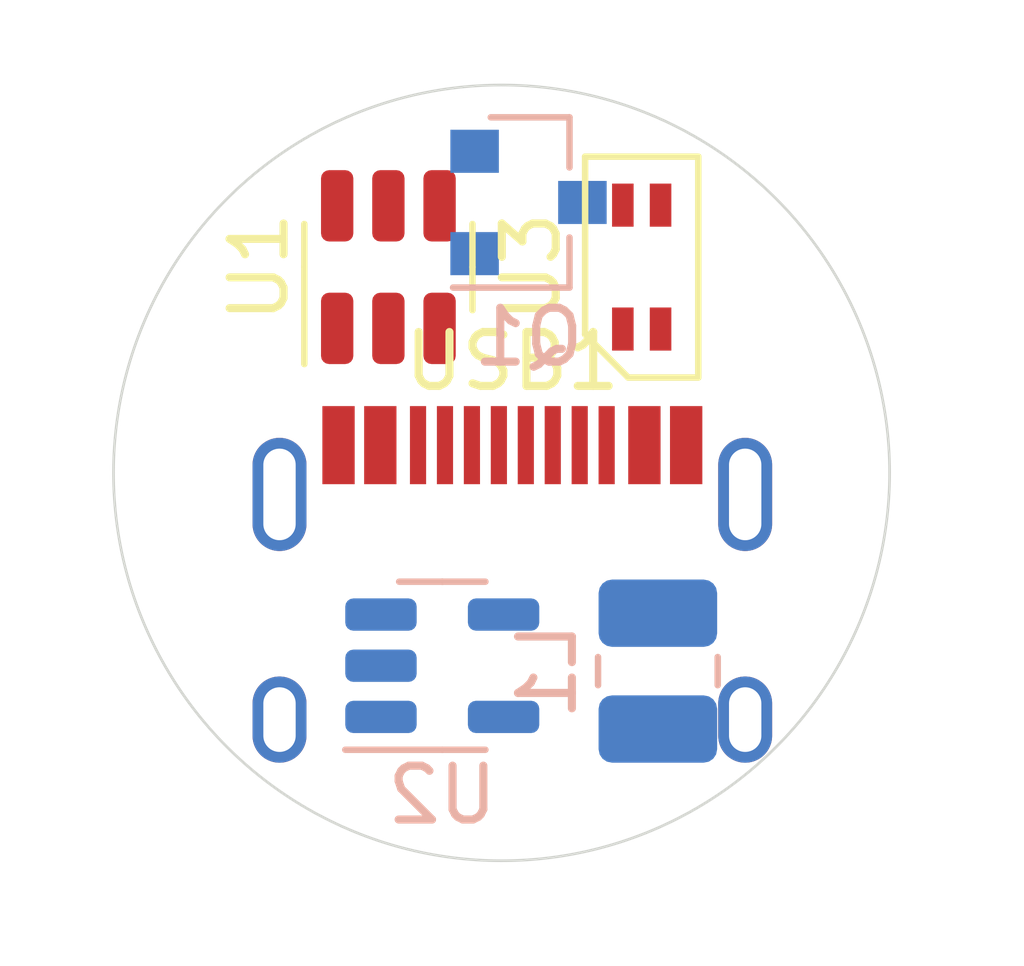
<source format=kicad_pcb>
(kicad_pcb (version 20171130) (host pcbnew "(5.1.9)-1")

  (general
    (thickness 1.6)
    (drawings 1)
    (tracks 0)
    (zones 0)
    (modules 6)
    (nets 34)
  )

  (page A4)
  (layers
    (0 F.Cu signal)
    (31 B.Cu signal)
    (32 B.Adhes user)
    (33 F.Adhes user)
    (34 B.Paste user)
    (35 F.Paste user)
    (36 B.SilkS user)
    (37 F.SilkS user)
    (38 B.Mask user)
    (39 F.Mask user)
    (40 Dwgs.User user)
    (41 Cmts.User user)
    (42 Eco1.User user)
    (43 Eco2.User user)
    (44 Edge.Cuts user)
    (45 Margin user)
    (46 B.CrtYd user)
    (47 F.CrtYd user)
    (48 B.Fab user)
    (49 F.Fab user)
  )

  (setup
    (last_trace_width 0.25)
    (trace_clearance 0.2)
    (zone_clearance 0.508)
    (zone_45_only no)
    (trace_min 0.2)
    (via_size 0.8)
    (via_drill 0.4)
    (via_min_size 0.4)
    (via_min_drill 0.3)
    (uvia_size 0.3)
    (uvia_drill 0.1)
    (uvias_allowed no)
    (uvia_min_size 0.2)
    (uvia_min_drill 0.1)
    (edge_width 0.05)
    (segment_width 0.2)
    (pcb_text_width 0.3)
    (pcb_text_size 1.5 1.5)
    (mod_edge_width 0.12)
    (mod_text_size 1 1)
    (mod_text_width 0.15)
    (pad_size 1.524 1.524)
    (pad_drill 0.762)
    (pad_to_mask_clearance 0)
    (aux_axis_origin 0 0)
    (visible_elements 7FFFFFFF)
    (pcbplotparams
      (layerselection 0x010fc_ffffffff)
      (usegerberextensions false)
      (usegerberattributes true)
      (usegerberadvancedattributes true)
      (creategerberjobfile true)
      (excludeedgelayer true)
      (linewidth 0.100000)
      (plotframeref false)
      (viasonmask false)
      (mode 1)
      (useauxorigin false)
      (hpglpennumber 1)
      (hpglpenspeed 20)
      (hpglpendiameter 15.000000)
      (psnegative false)
      (psa4output false)
      (plotreference true)
      (plotvalue true)
      (plotinvisibletext false)
      (padsonsilk false)
      (subtractmaskfromsilk false)
      (outputformat 1)
      (mirror false)
      (drillshape 1)
      (scaleselection 1)
      (outputdirectory ""))
  )

  (net 0 "")
  (net 1 "Net-(U1-Pad6)")
  (net 2 "Net-(U1-Pad5)")
  (net 3 "Net-(U1-Pad4)")
  (net 4 "Net-(U1-Pad3)")
  (net 5 "Net-(U1-Pad2)")
  (net 6 "Net-(U1-Pad1)")
  (net 7 "Net-(U2-Pad5)")
  (net 8 "Net-(U2-Pad4)")
  (net 9 "Net-(U2-Pad3)")
  (net 10 "Net-(U2-Pad2)")
  (net 11 "Net-(U2-Pad1)")
  (net 12 "Net-(U3-Pad2)")
  (net 13 "Net-(U3-Pad3)")
  (net 14 "Net-(U3-Pad1)")
  (net 15 "Net-(U3-Pad4)")
  (net 16 "Net-(USB1-Pad13)")
  (net 17 "Net-(USB1-Pad6)")
  (net 18 "Net-(USB1-Pad7)")
  (net 19 "Net-(USB1-Pad8)")
  (net 20 "Net-(USB1-Pad5)")
  (net 21 "Net-(USB1-Pad9)")
  (net 22 "Net-(USB1-Pad4)")
  (net 23 "Net-(USB1-Pad10)")
  (net 24 "Net-(USB1-Pad3)")
  (net 25 "Net-(USB1-Pad2)")
  (net 26 "Net-(USB1-Pad11)")
  (net 27 "Net-(USB1-Pad1)")
  (net 28 "Net-(USB1-Pad12)")
  (net 29 "Net-(L1-Pad2)")
  (net 30 "Net-(L1-Pad1)")
  (net 31 "Net-(Q1-Pad3)")
  (net 32 "Net-(Q1-Pad2)")
  (net 33 "Net-(Q1-Pad1)")

  (net_class Default "This is the default net class."
    (clearance 0.2)
    (trace_width 0.25)
    (via_dia 0.8)
    (via_drill 0.4)
    (uvia_dia 0.3)
    (uvia_drill 0.1)
    (add_net "Net-(L1-Pad1)")
    (add_net "Net-(L1-Pad2)")
    (add_net "Net-(Q1-Pad1)")
    (add_net "Net-(Q1-Pad2)")
    (add_net "Net-(Q1-Pad3)")
    (add_net "Net-(U1-Pad1)")
    (add_net "Net-(U1-Pad2)")
    (add_net "Net-(U1-Pad3)")
    (add_net "Net-(U1-Pad4)")
    (add_net "Net-(U1-Pad5)")
    (add_net "Net-(U1-Pad6)")
    (add_net "Net-(U2-Pad1)")
    (add_net "Net-(U2-Pad2)")
    (add_net "Net-(U2-Pad3)")
    (add_net "Net-(U2-Pad4)")
    (add_net "Net-(U2-Pad5)")
    (add_net "Net-(U3-Pad1)")
    (add_net "Net-(U3-Pad2)")
    (add_net "Net-(U3-Pad3)")
    (add_net "Net-(U3-Pad4)")
    (add_net "Net-(USB1-Pad1)")
    (add_net "Net-(USB1-Pad10)")
    (add_net "Net-(USB1-Pad11)")
    (add_net "Net-(USB1-Pad12)")
    (add_net "Net-(USB1-Pad13)")
    (add_net "Net-(USB1-Pad2)")
    (add_net "Net-(USB1-Pad3)")
    (add_net "Net-(USB1-Pad4)")
    (add_net "Net-(USB1-Pad5)")
    (add_net "Net-(USB1-Pad6)")
    (add_net "Net-(USB1-Pad7)")
    (add_net "Net-(USB1-Pad8)")
    (add_net "Net-(USB1-Pad9)")
  )

  (module Package_TO_SOT_SMD:SOT-23 (layer B.Cu) (tedit 5A02FF57) (tstamp 60F01DD7)
    (at 145.7 90)
    (descr "SOT-23, Standard")
    (tags SOT-23)
    (path /60E58BD7)
    (attr smd)
    (fp_text reference Q1 (at 0 2.5) (layer B.SilkS)
      (effects (font (size 1 1) (thickness 0.15)) (justify mirror))
    )
    (fp_text value 2N7002H (at 0 -2.5) (layer B.Fab)
      (effects (font (size 1 1) (thickness 0.15)) (justify mirror))
    )
    (fp_line (start 0.76 -1.58) (end -0.7 -1.58) (layer B.SilkS) (width 0.12))
    (fp_line (start 0.76 1.58) (end -1.4 1.58) (layer B.SilkS) (width 0.12))
    (fp_line (start -1.7 -1.75) (end -1.7 1.75) (layer B.CrtYd) (width 0.05))
    (fp_line (start 1.7 -1.75) (end -1.7 -1.75) (layer B.CrtYd) (width 0.05))
    (fp_line (start 1.7 1.75) (end 1.7 -1.75) (layer B.CrtYd) (width 0.05))
    (fp_line (start -1.7 1.75) (end 1.7 1.75) (layer B.CrtYd) (width 0.05))
    (fp_line (start 0.76 1.58) (end 0.76 0.65) (layer B.SilkS) (width 0.12))
    (fp_line (start 0.76 -1.58) (end 0.76 -0.65) (layer B.SilkS) (width 0.12))
    (fp_line (start -0.7 -1.52) (end 0.7 -1.52) (layer B.Fab) (width 0.1))
    (fp_line (start 0.7 1.52) (end 0.7 -1.52) (layer B.Fab) (width 0.1))
    (fp_line (start -0.7 0.95) (end -0.15 1.52) (layer B.Fab) (width 0.1))
    (fp_line (start -0.15 1.52) (end 0.7 1.52) (layer B.Fab) (width 0.1))
    (fp_line (start -0.7 0.95) (end -0.7 -1.5) (layer B.Fab) (width 0.1))
    (fp_text user %R (at 0 0 -90) (layer B.Fab)
      (effects (font (size 0.5 0.5) (thickness 0.075)) (justify mirror))
    )
    (pad 3 smd rect (at 1 0) (size 0.9 0.8) (layers B.Cu B.Paste B.Mask)
      (net 31 "Net-(Q1-Pad3)"))
    (pad 2 smd rect (at -1 -0.95) (size 0.9 0.8) (layers B.Cu B.Paste B.Mask)
      (net 32 "Net-(Q1-Pad2)"))
    (pad 1 smd rect (at -1 0.95) (size 0.9 0.8) (layers B.Cu B.Paste B.Mask)
      (net 33 "Net-(Q1-Pad1)"))
    (model ${KISYS3DMOD}/Package_TO_SOT_SMD.3dshapes/SOT-23.wrl
      (at (xyz 0 0 0))
      (scale (xyz 1 1 1))
      (rotate (xyz 0 0 0))
    )
  )

  (module Inductor_SMD:L_1008_2520Metric (layer B.Cu) (tedit 5F68FEF0) (tstamp 60F01DC2)
    (at 148.1 98.7 270)
    (descr "Inductor SMD 1008 (2520 Metric), square (rectangular) end terminal, IPC_7351 nominal, (Body size source: https://ecsxtal.com/store/pdf/ECS-MPI2520-SMD-POWER-INDUCTOR.pdf), generated with kicad-footprint-generator")
    (tags inductor)
    (path /60E64AFB)
    (attr smd)
    (fp_text reference L1 (at 0 2.05 270) (layer B.SilkS)
      (effects (font (size 1 1) (thickness 0.15)) (justify mirror))
    )
    (fp_text value L (at 0 -2.05 270) (layer B.Fab)
      (effects (font (size 1 1) (thickness 0.15)) (justify mirror))
    )
    (fp_line (start 1.95 -1.35) (end -1.95 -1.35) (layer B.CrtYd) (width 0.05))
    (fp_line (start 1.95 1.35) (end 1.95 -1.35) (layer B.CrtYd) (width 0.05))
    (fp_line (start -1.95 1.35) (end 1.95 1.35) (layer B.CrtYd) (width 0.05))
    (fp_line (start -1.95 -1.35) (end -1.95 1.35) (layer B.CrtYd) (width 0.05))
    (fp_line (start -0.261252 -1.11) (end 0.261252 -1.11) (layer B.SilkS) (width 0.12))
    (fp_line (start -0.261252 1.11) (end 0.261252 1.11) (layer B.SilkS) (width 0.12))
    (fp_line (start 1.25 -1) (end -1.25 -1) (layer B.Fab) (width 0.1))
    (fp_line (start 1.25 1) (end 1.25 -1) (layer B.Fab) (width 0.1))
    (fp_line (start -1.25 1) (end 1.25 1) (layer B.Fab) (width 0.1))
    (fp_line (start -1.25 -1) (end -1.25 1) (layer B.Fab) (width 0.1))
    (fp_text user %R (at 0 0 270) (layer B.Fab)
      (effects (font (size 0.62 0.62) (thickness 0.09)) (justify mirror))
    )
    (pad 2 smd roundrect (at 1.075 0 270) (size 1.25 2.2) (layers B.Cu B.Paste B.Mask) (roundrect_rratio 0.2)
      (net 29 "Net-(L1-Pad2)"))
    (pad 1 smd roundrect (at -1.075 0 270) (size 1.25 2.2) (layers B.Cu B.Paste B.Mask) (roundrect_rratio 0.2)
      (net 30 "Net-(L1-Pad1)"))
    (model ${KISYS3DMOD}/Inductor_SMD.3dshapes/L_1008_2520Metric.wrl
      (at (xyz 0 0 0))
      (scale (xyz 1 1 1))
      (rotate (xyz 0 0 0))
    )
  )

  (module 1Resouse:SOIC-4 (layer F.Cu) (tedit 60E3FEFD) (tstamp 60E437F9)
    (at 147.8 91.2)
    (path /60E3F627)
    (attr smd)
    (fp_text reference U3 (at -2.05 0 90) (layer F.SilkS)
      (effects (font (size 1 1) (thickness 0.15)))
    )
    (fp_text value XB4302A (at 0 0) (layer F.Fab)
      (effects (font (size 1 1) (thickness 0.15)))
    )
    (fp_line (start -0.8 1.8) (end -0.8 -1.8) (layer F.CrtYd) (width 0.05))
    (fp_line (start 0.8 1.8) (end -0.8 1.8) (layer F.CrtYd) (width 0.05))
    (fp_line (start 0.8 -1.8) (end 0.8 1.8) (layer F.CrtYd) (width 0.05))
    (fp_line (start -0.8 -1.8) (end 0.8 -1.8) (layer F.CrtYd) (width 0.05))
    (fp_line (start 1.05 2.05) (end -0.25 2.05) (layer F.SilkS) (width 0.12))
    (fp_line (start 1.05 -2.05) (end 1.05 2.05) (layer F.SilkS) (width 0.12))
    (fp_line (start -1.05 -2.05) (end 1.05 -2.05) (layer F.SilkS) (width 0.12))
    (fp_line (start -1.05 1.25) (end -1.05 -2.05) (layer F.SilkS) (width 0.12))
    (fp_line (start -0.25 2.05) (end -1.05 1.25) (layer F.SilkS) (width 0.12))
    (pad 2 smd rect (at 0.35 1.15) (size 0.4 0.8) (layers F.Cu F.Paste F.Mask)
      (net 12 "Net-(U3-Pad2)"))
    (pad 3 smd rect (at 0.35 -1.15) (size 0.4 0.8) (layers F.Cu F.Paste F.Mask)
      (net 13 "Net-(U3-Pad3)"))
    (pad 1 smd rect (at -0.35 1.15) (size 0.4 0.8) (layers F.Cu F.Paste F.Mask)
      (net 14 "Net-(U3-Pad1)"))
    (pad 4 smd rect (at -0.35 -1.15) (size 0.4 0.8) (layers F.Cu F.Paste F.Mask)
      (net 15 "Net-(U3-Pad4)"))
    (model "${KIPRJMOD}/TSOT23-4 v1.step"
      (at (xyz 0 0 0))
      (scale (xyz 1 1 1))
      (rotate (xyz 0 0 -90))
    )
  )

  (module Type-C:HRO-TYPE-C-31-M-12 (layer F.Cu) (tedit 60E403BA) (tstamp 60E49971)
    (at 145.4 102.2)
    (path /60E403C9)
    (attr smd)
    (fp_text reference USB1 (at 0 -9.25) (layer F.SilkS)
      (effects (font (size 1 1) (thickness 0.15)))
    )
    (fp_text value HRO-TYPE-C-31-M-12 (at 0 1.15) (layer Dwgs.User)
      (effects (font (size 1 1) (thickness 0.15)))
    )
    (fp_line (start -4.47 0) (end 4.47 0) (layer Dwgs.User) (width 0.15))
    (fp_line (start -4.47 0) (end -4.47 -7.3) (layer Dwgs.User) (width 0.15))
    (fp_line (start 4.47 0) (end 4.47 -7.3) (layer Dwgs.User) (width 0.15))
    (fp_line (start -4.47 -7.3) (end 4.47 -7.3) (layer Dwgs.User) (width 0.15))
    (pad 12 smd rect (at 3.225 -7.695) (size 0.6 1.45) (layers F.Cu F.Paste F.Mask)
      (net 28 "Net-(USB1-Pad12)"))
    (pad 1 smd rect (at -3.225 -7.695) (size 0.6 1.45) (layers F.Cu F.Paste F.Mask)
      (net 27 "Net-(USB1-Pad1)"))
    (pad 11 smd rect (at 2.45 -7.695) (size 0.6 1.45) (layers F.Cu F.Paste F.Mask)
      (net 26 "Net-(USB1-Pad11)"))
    (pad 2 smd rect (at -2.45 -7.695) (size 0.6 1.45) (layers F.Cu F.Paste F.Mask)
      (net 25 "Net-(USB1-Pad2)"))
    (pad 3 smd rect (at -1.75 -7.695) (size 0.3 1.45) (layers F.Cu F.Paste F.Mask)
      (net 24 "Net-(USB1-Pad3)"))
    (pad 10 smd rect (at 1.75 -7.695) (size 0.3 1.45) (layers F.Cu F.Paste F.Mask)
      (net 23 "Net-(USB1-Pad10)"))
    (pad 4 smd rect (at -1.25 -7.695) (size 0.3 1.45) (layers F.Cu F.Paste F.Mask)
      (net 22 "Net-(USB1-Pad4)"))
    (pad 9 smd rect (at 1.25 -7.695) (size 0.3 1.45) (layers F.Cu F.Paste F.Mask)
      (net 21 "Net-(USB1-Pad9)"))
    (pad 5 smd rect (at -0.75 -7.695) (size 0.3 1.45) (layers F.Cu F.Paste F.Mask)
      (net 20 "Net-(USB1-Pad5)"))
    (pad 8 smd rect (at 0.75 -7.695) (size 0.3 1.45) (layers F.Cu F.Paste F.Mask)
      (net 19 "Net-(USB1-Pad8)"))
    (pad 7 smd rect (at 0.25 -7.695) (size 0.3 1.45) (layers F.Cu F.Paste F.Mask)
      (net 18 "Net-(USB1-Pad7)"))
    (pad 6 smd rect (at -0.25 -7.695) (size 0.3 1.45) (layers F.Cu F.Paste F.Mask)
      (net 17 "Net-(USB1-Pad6)"))
    (pad "" np_thru_hole circle (at 2.89 -6.25) (size 0.65 0.65) (drill 0.65) (layers *.Cu *.Mask))
    (pad "" np_thru_hole circle (at -2.89 -6.25) (size 0.65 0.65) (drill 0.65) (layers *.Cu *.Mask))
    (pad 13 thru_hole oval (at -4.32 -6.78) (size 1 2.1) (drill oval 0.6 1.7) (layers *.Cu B.Mask)
      (net 16 "Net-(USB1-Pad13)"))
    (pad 13 thru_hole oval (at 4.32 -6.78) (size 1 2.1) (drill oval 0.6 1.7) (layers *.Cu B.Mask)
      (net 16 "Net-(USB1-Pad13)"))
    (pad 13 thru_hole oval (at -4.32 -2.6) (size 1 1.6) (drill oval 0.6 1.2) (layers *.Cu B.Mask)
      (net 16 "Net-(USB1-Pad13)"))
    (pad 13 thru_hole oval (at 4.32 -2.6) (size 1 1.6) (drill oval 0.6 1.2) (layers *.Cu B.Mask)
      (net 16 "Net-(USB1-Pad13)"))
    (model ${KIPRJMOD}/Type-C.pretty-master/TYPE-C-31-M-12--3DModel-STEP-56544.STEP
      (offset (xyz 0 2.6 -0))
      (scale (xyz 1 1 1))
      (rotate (xyz -90 0 0))
    )
  )

  (module Package_TO_SOT_SMD:SOT-23-5 (layer B.Cu) (tedit 5F6F9B37) (tstamp 60E437E8)
    (at 144.1 98.6)
    (descr "SOT, 5 Pin (https://www.jedec.org/sites/default/files/docs/Mo-178c.PDF variant AA), generated with kicad-footprint-generator ipc_gullwing_generator.py")
    (tags "SOT TO_SOT_SMD")
    (path /60E3EEB2)
    (attr smd)
    (fp_text reference U2 (at 0 2.4) (layer B.SilkS)
      (effects (font (size 1 1) (thickness 0.15)) (justify mirror))
    )
    (fp_text value M3406 (at 0 -2.4) (layer B.Fab)
      (effects (font (size 1 1) (thickness 0.15)) (justify mirror))
    )
    (fp_line (start 2.05 1.7) (end -2.05 1.7) (layer B.CrtYd) (width 0.05))
    (fp_line (start 2.05 -1.7) (end 2.05 1.7) (layer B.CrtYd) (width 0.05))
    (fp_line (start -2.05 -1.7) (end 2.05 -1.7) (layer B.CrtYd) (width 0.05))
    (fp_line (start -2.05 1.7) (end -2.05 -1.7) (layer B.CrtYd) (width 0.05))
    (fp_line (start -0.8 1.05) (end -0.4 1.45) (layer B.Fab) (width 0.1))
    (fp_line (start -0.8 -1.45) (end -0.8 1.05) (layer B.Fab) (width 0.1))
    (fp_line (start 0.8 -1.45) (end -0.8 -1.45) (layer B.Fab) (width 0.1))
    (fp_line (start 0.8 1.45) (end 0.8 -1.45) (layer B.Fab) (width 0.1))
    (fp_line (start -0.4 1.45) (end 0.8 1.45) (layer B.Fab) (width 0.1))
    (fp_line (start 0 1.56) (end -1.8 1.56) (layer B.SilkS) (width 0.12))
    (fp_line (start 0 1.56) (end 0.8 1.56) (layer B.SilkS) (width 0.12))
    (fp_line (start 0 -1.56) (end -0.8 -1.56) (layer B.SilkS) (width 0.12))
    (fp_line (start 0 -1.56) (end 0.8 -1.56) (layer B.SilkS) (width 0.12))
    (fp_text user %R (at 0 0) (layer B.Fab)
      (effects (font (size 0.4 0.4) (thickness 0.06)) (justify mirror))
    )
    (pad 5 smd roundrect (at 1.1375 0.95) (size 1.325 0.6) (layers B.Cu B.Paste B.Mask) (roundrect_rratio 0.25)
      (net 7 "Net-(U2-Pad5)"))
    (pad 4 smd roundrect (at 1.1375 -0.95) (size 1.325 0.6) (layers B.Cu B.Paste B.Mask) (roundrect_rratio 0.25)
      (net 8 "Net-(U2-Pad4)"))
    (pad 3 smd roundrect (at -1.1375 -0.95) (size 1.325 0.6) (layers B.Cu B.Paste B.Mask) (roundrect_rratio 0.25)
      (net 9 "Net-(U2-Pad3)"))
    (pad 2 smd roundrect (at -1.1375 0) (size 1.325 0.6) (layers B.Cu B.Paste B.Mask) (roundrect_rratio 0.25)
      (net 10 "Net-(U2-Pad2)"))
    (pad 1 smd roundrect (at -1.1375 0.95) (size 1.325 0.6) (layers B.Cu B.Paste B.Mask) (roundrect_rratio 0.25)
      (net 11 "Net-(U2-Pad1)"))
    (model ${KISYS3DMOD}/Package_TO_SOT_SMD.3dshapes/SOT-23-5.wrl
      (at (xyz 0 0 0))
      (scale (xyz 1 1 1))
      (rotate (xyz 0 0 0))
    )
  )

  (module Package_TO_SOT_SMD:SOT-23-6 (layer F.Cu) (tedit 5F6F9B37) (tstamp 60E437D1)
    (at 143.1 91.2 90)
    (descr "SOT, 6 Pin (https://www.jedec.org/sites/default/files/docs/Mo-178c.PDF variant AB), generated with kicad-footprint-generator ipc_gullwing_generator.py")
    (tags "SOT TO_SOT_SMD")
    (path /60E3F234)
    (attr smd)
    (fp_text reference U1 (at 0 -2.4 90) (layer F.SilkS)
      (effects (font (size 1 1) (thickness 0.15)))
    )
    (fp_text value PST4061-42 (at 0 2.4 90) (layer F.Fab)
      (effects (font (size 1 1) (thickness 0.15)))
    )
    (fp_line (start 2.05 -1.7) (end -2.05 -1.7) (layer F.CrtYd) (width 0.05))
    (fp_line (start 2.05 1.7) (end 2.05 -1.7) (layer F.CrtYd) (width 0.05))
    (fp_line (start -2.05 1.7) (end 2.05 1.7) (layer F.CrtYd) (width 0.05))
    (fp_line (start -2.05 -1.7) (end -2.05 1.7) (layer F.CrtYd) (width 0.05))
    (fp_line (start -0.8 -1.05) (end -0.4 -1.45) (layer F.Fab) (width 0.1))
    (fp_line (start -0.8 1.45) (end -0.8 -1.05) (layer F.Fab) (width 0.1))
    (fp_line (start 0.8 1.45) (end -0.8 1.45) (layer F.Fab) (width 0.1))
    (fp_line (start 0.8 -1.45) (end 0.8 1.45) (layer F.Fab) (width 0.1))
    (fp_line (start -0.4 -1.45) (end 0.8 -1.45) (layer F.Fab) (width 0.1))
    (fp_line (start 0 -1.56) (end -1.8 -1.56) (layer F.SilkS) (width 0.12))
    (fp_line (start 0 -1.56) (end 0.8 -1.56) (layer F.SilkS) (width 0.12))
    (fp_line (start 0 1.56) (end -0.8 1.56) (layer F.SilkS) (width 0.12))
    (fp_line (start 0 1.56) (end 0.8 1.56) (layer F.SilkS) (width 0.12))
    (fp_text user %R (at 0 0 90) (layer F.Fab)
      (effects (font (size 0.4 0.4) (thickness 0.06)))
    )
    (pad 6 smd roundrect (at 1.1375 -0.95 90) (size 1.325 0.6) (layers F.Cu F.Paste F.Mask) (roundrect_rratio 0.25)
      (net 1 "Net-(U1-Pad6)"))
    (pad 5 smd roundrect (at 1.1375 0 90) (size 1.325 0.6) (layers F.Cu F.Paste F.Mask) (roundrect_rratio 0.25)
      (net 2 "Net-(U1-Pad5)"))
    (pad 4 smd roundrect (at 1.1375 0.95 90) (size 1.325 0.6) (layers F.Cu F.Paste F.Mask) (roundrect_rratio 0.25)
      (net 3 "Net-(U1-Pad4)"))
    (pad 3 smd roundrect (at -1.1375 0.95 90) (size 1.325 0.6) (layers F.Cu F.Paste F.Mask) (roundrect_rratio 0.25)
      (net 4 "Net-(U1-Pad3)"))
    (pad 2 smd roundrect (at -1.1375 0 90) (size 1.325 0.6) (layers F.Cu F.Paste F.Mask) (roundrect_rratio 0.25)
      (net 5 "Net-(U1-Pad2)"))
    (pad 1 smd roundrect (at -1.1375 -0.95 90) (size 1.325 0.6) (layers F.Cu F.Paste F.Mask) (roundrect_rratio 0.25)
      (net 6 "Net-(U1-Pad1)"))
    (model ${KISYS3DMOD}/Package_TO_SOT_SMD.3dshapes/SOT-23-6.wrl
      (at (xyz 0 0 0))
      (scale (xyz 1 1 1))
      (rotate (xyz 0 0 0))
    )
  )

  (gr_circle (center 145.2 95.02) (end 152.4 95.02) (layer Edge.Cuts) (width 0.05))

)

</source>
